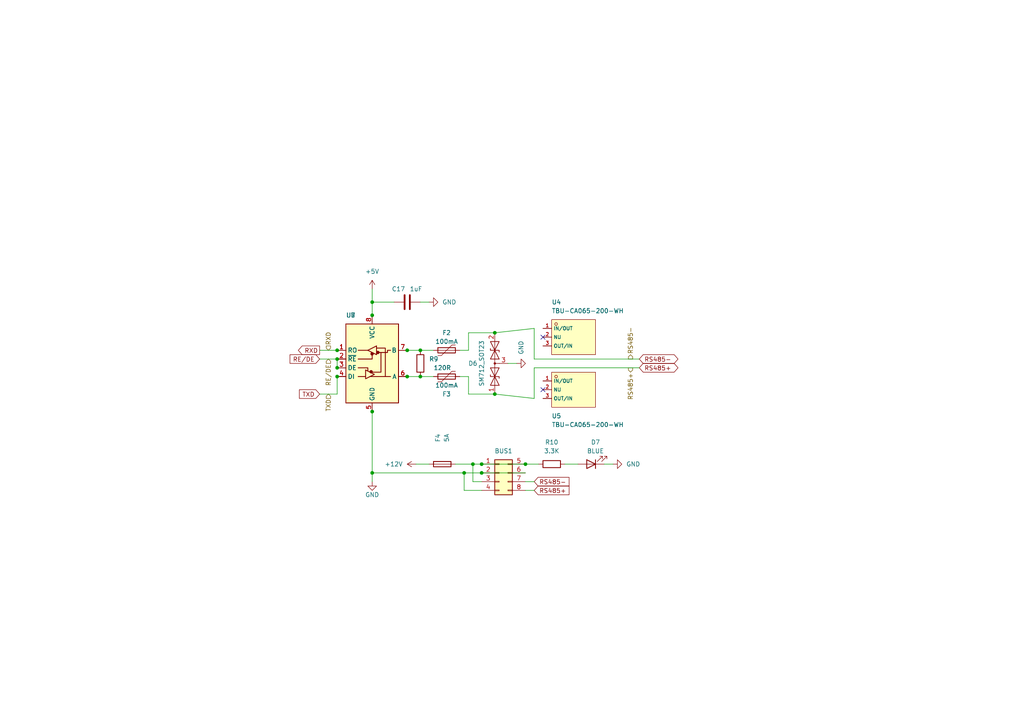
<source format=kicad_sch>
(kicad_sch (version 20211123) (generator eeschema)
  (paper "A4")
  (lib_symbols
    (symbol "A10:MAX487"
      (property "Reference" "U" (at -7.62 12.7 0))
      (symbol "MAX487_0_1"
        (rectangle (start -7.62 11.43) (end 7.62 -11.43) (stroke (width 0.254)) (fill (type background)))
        (circle (center -0.3048 -2.413) (radius 0.3556) (stroke (width 0.254)) (fill (type outline)))
        (circle (center -0.0254 2.7686) (radius 0.3556) (stroke (width 0.254)) (fill (type outline)))
        (polyline (pts (xy -4.064 -3.81) (xy -1.905 -3.81)) (stroke (width 0.254)))
        (polyline (pts (xy -4.064 3.81) (xy -1.27 3.81)) (stroke (width 0.254)))
        (polyline (pts (xy -1.27 -1.9304) (xy -1.27 -2.1844)) (stroke (width 0.254)))
        (polyline (pts (xy -0.635 -3.81) (xy 5.334 -3.81)) (stroke (width 0.254)))
        (polyline (pts (xy -4.064 -1.27) (xy -1.27 -1.27) (xy -1.27 -1.905)) (stroke (width 0.254)))
        (polyline (pts (xy 0 2.54) (xy 0 1.27) (xy -4.064 1.27)) (stroke (width 0.254)))
        (polyline (pts (xy 1.27 4.445) (xy 3.81 4.445) (xy 3.81 -3.81)) (stroke (width 0.254)))
        (polyline (pts (xy 2.54 3.175) (xy 2.54 -2.54) (xy 0 -2.54)) (stroke (width 0.254)))
        (polyline (pts (xy -1.905 -1.905) (xy -1.905 -4.445) (xy 0.635 -3.175) (xy -1.905 -1.905)) (stroke (width 0.254)))
        (polyline (pts (xy -1.27 3.81) (xy 1.27 5.08) (xy 1.27 2.54) (xy -1.27 3.81)) (stroke (width 0.254)))
        (polyline (pts (xy 1.905 3.175) (xy 4.445 3.175) (xy 4.445 3.81) (xy 5.334 3.81)) (stroke (width 0.254)))
        (rectangle (start 1.27 4.445) (end 1.27 4.445))
        (circle (center 1.651 3.175) (radius 0.3556) (stroke (width 0.254)) (fill (type outline)))
      )
      (symbol "MAX487_1_1"
        (pin output line (at -10.16 3.81 0) (length 2.54) (name "RO") (number "1"))
        (pin input line (at -10.16 1.27 0) (length 2.54) (name "~{RE}") (number "2"))
        (pin input line (at -10.16 -1.27 0) (length 2.54) (name "DE") (number "3"))
        (pin input line (at -10.16 -3.81 0) (length 2.54) (name "DI") (number "4"))
        (pin power_in line (at 0 -13.97 90) (length 2.54) (name "GND") (number "5"))
        (pin bidirectional line (at 10.16 -3.81 180) (length 2.54) (name "A") (number "6"))
        (pin bidirectional line (at 10.16 3.81 180) (length 2.54) (name "B") (number "7"))
        (pin power_in line (at 0 13.97 270) (length 2.54) (name "VCC") (number "8"))
      )
    )
    (symbol "Connector_Generic:Conn_02x04_Top_Bottom" (pin_names (offset 1.016) hide)
      (property "Reference" "J" (at 1.27 5.08 0))
      (property "Value" "Conn_02x04_Top_Bottom" (at 1.27 -7.62 0))
      (symbol "Conn_02x04_Top_Bottom_1_1"
        (rectangle (start -1.27 -4.953) (end 0 -5.207) (stroke (width 0.1524)))
        (rectangle (start -1.27 -2.413) (end 0 -2.667) (stroke (width 0.1524)))
        (rectangle (start -1.27 0.127) (end 0 -0.127) (stroke (width 0.1524)))
        (rectangle (start -1.27 2.667) (end 0 2.413) (stroke (width 0.1524)))
        (rectangle (start -1.27 3.81) (end 3.81 -6.35) (stroke (width 0.254)) (fill (type background)))
        (rectangle (start 3.81 -4.953) (end 2.54 -5.207) (stroke (width 0.1524)))
        (rectangle (start 3.81 -2.413) (end 2.54 -2.667) (stroke (width 0.1524)))
        (rectangle (start 3.81 0.127) (end 2.54 -0.127) (stroke (width 0.1524)))
        (rectangle (start 3.81 2.667) (end 2.54 2.413) (stroke (width 0.1524)))
        (pin passive line (at -5.08 2.54 0) (length 3.81) (name "Pin_1") (number "1"))
        (pin passive line (at -5.08 0 0) (length 3.81) (name "Pin_2") (number "2"))
        (pin passive line (at -5.08 -2.54 0) (length 3.81) (name "Pin_3") (number "3"))
        (pin passive line (at -5.08 -5.08 0) (length 3.81) (name "Pin_4") (number "4"))
        (pin passive line (at 7.62 2.54 180) (length 3.81) (name "Pin_5") (number "5"))
        (pin passive line (at 7.62 0 180) (length 3.81) (name "Pin_6") (number "6"))
        (pin passive line (at 7.62 -2.54 180) (length 3.81) (name "Pin_7") (number "7"))
        (pin passive line (at 7.62 -5.08 180) (length 3.81) (name "Pin_8") (number "8"))
      )
    )
    (symbol "Device:C" (pin_numbers hide) (pin_names (offset 0.254))
      (property "Reference" "C" (at 0.635 2.54 0))
      (property "Value" "C" (at 0.635 -2.54 0))
      (symbol "C_0_1"
        (polyline (pts (xy -2.032 -0.762) (xy 2.032 -0.762)) (stroke (width 0.508)))
        (polyline (pts (xy -2.032 0.762) (xy 2.032 0.762)) (stroke (width 0.508)))
      )
      (symbol "C_1_1"
        (pin passive line (at 0 3.81 270) (length 2.794) (name "~") (number "1"))
        (pin passive line (at 0 -3.81 90) (length 2.794) (name "~") (number "2"))
      )
    )
    (symbol "Device:Fuse" (pin_numbers hide) (pin_names (offset 0))
      (property "Reference" "F" (at 2.032 0 90))
      (property "Value" "Fuse" (at -1.905 0 90))
      (symbol "Fuse_0_1"
        (rectangle (start -0.762 -2.54) (end 0.762 2.54) (stroke (width 0.254)))
        (polyline (pts (xy 0 2.54) (xy 0 -2.54)))
      )
      (symbol "Fuse_1_1"
        (pin passive line (at 0 3.81 270) (length 1.27) (name "~") (number "1"))
        (pin passive line (at 0 -3.81 90) (length 1.27) (name "~") (number "2"))
      )
    )
    (symbol "Device:LED" (pin_numbers hide) (pin_names (offset 1.016) hide)
      (property "Reference" "D" (at 0 2.54 0))
      (property "Value" "LED" (at 0 -2.54 0))
      (symbol "LED_0_1"
        (polyline (pts (xy -1.27 -1.27) (xy -1.27 1.27)) (stroke (width 0.254)))
        (polyline (pts (xy -1.27 0) (xy 1.27 0)))
        (polyline (pts (xy 1.27 -1.27) (xy 1.27 1.27) (xy -1.27 0) (xy 1.27 -1.27)) (stroke (width 0.254)))
        (polyline (pts (xy -3.048 -0.762) (xy -4.572 -2.286) (xy -3.81 -2.286) (xy -4.572 -2.286) (xy -4.572 -1.524)))
        (polyline (pts (xy -1.778 -0.762) (xy -3.302 -2.286) (xy -2.54 -2.286) (xy -3.302 -2.286) (xy -3.302 -1.524)))
      )
      (symbol "LED_1_1"
        (pin passive line (at -3.81 0 0) (length 2.54) (name "K") (number "1"))
        (pin passive line (at 3.81 0 180) (length 2.54) (name "A") (number "2"))
      )
    )
    (symbol "Device:Polyfuse" (pin_numbers hide) (pin_names (offset 0))
      (property "Reference" "F" (at -2.54 0 90))
      (property "Value" "Polyfuse" (at 2.54 0 90))
      (symbol "Polyfuse_0_1"
        (rectangle (start -0.762 2.54) (end 0.762 -2.54) (stroke (width 0.254)))
        (polyline (pts (xy 0 2.54) (xy 0 -2.54)))
        (polyline (pts (xy -1.524 2.54) (xy -1.524 1.524) (xy 1.524 -1.524) (xy 1.524 -2.54)))
      )
      (symbol "Polyfuse_1_1"
        (pin passive line (at 0 3.81 270) (length 1.27) (name "~") (number "1"))
        (pin passive line (at 0 -3.81 90) (length 1.27) (name "~") (number "2"))
      )
    )
    (symbol "Device:R" (pin_numbers hide) (pin_names (offset 0))
      (property "Reference" "R" (at 2.032 0 90))
      (property "Value" "R" (at 0 0 90))
      (symbol "R_0_1"
        (rectangle (start -1.016 -2.54) (end 1.016 2.54) (stroke (width 0.254)))
      )
      (symbol "R_1_1"
        (pin passive line (at 0 3.81 270) (length 1.27) (name "~") (number "1"))
        (pin passive line (at 0 -3.81 90) (length 1.27) (name "~") (number "2"))
      )
    )
    (symbol "Diode:SM712_SOT23" (pin_names (offset 1.016) hide)
      (property "Reference" "D" (at 0 4.445 0))
      (property "Value" "SM712_SOT23" (at 0 2.54 0))
      (symbol "SM712_SOT23_0_0"
        (polyline (pts (xy 0 -1.27) (xy 0 0)))
      )
      (symbol "SM712_SOT23_0_1"
        (polyline (pts (xy -6.35 0) (xy 6.35 0)))
        (polyline (pts (xy -3.302 1.27) (xy -3.81 1.27) (xy -3.81 -1.27) (xy -4.318 -1.27)) (stroke (width 0.2032)))
        (polyline (pts (xy 4.318 1.27) (xy 3.81 1.27) (xy 3.81 -1.27) (xy 3.302 -1.27)) (stroke (width 0.2032)))
        (polyline (pts (xy -6.35 -1.27) (xy -1.27 1.27) (xy -1.27 -1.27) (xy -6.35 1.27) (xy -6.35 -1.27)) (stroke (width 0.2032)))
        (polyline (pts (xy 1.27 -1.27) (xy 1.27 1.27) (xy 6.35 -1.27) (xy 6.35 1.27) (xy 1.27 -1.27)) (stroke (width 0.2032)))
        (circle (center 0 0) (radius 0.254) (fill (type outline)))
      )
      (symbol "SM712_SOT23_1_1"
        (pin passive line (at -8.89 0 0) (length 2.54) (name "A1") (number "1"))
        (pin passive line (at 8.89 0 180) (length 2.54) (name "A2") (number "2"))
        (pin input line (at 0 -3.81 90) (length 2.54) (name "common") (number "3"))
      )
    )
    (symbol "TBU-CA065-200-WH_1"
      (property "Reference" "U" (at 0 1.27 0))
      (property "Value" "TBU-CA065-200-WH_1" (at 0 -2.54 0))
      (symbol "TBU-CA065-200-WH_1_0_0"
        (rectangle (start 2.54 -17.78) (end 15.24 -27.94) (fill (type background)))
        (circle (center 3.81 -19.05) (radius 0.381) (fill (type background)))
        (pin unspecified line (at 0 -20.32 0) (length 2.54) (name "IN/OUT") (number "1"))
        (pin unspecified line (at 0 -22.86 0) (length 2.54) (name "NU") (number "2"))
        (pin unspecified line (at 0 -25.4 0) (length 2.54) (name "OUT/IN") (number "3"))
      )
    )
    (symbol "power:+12V" (power) (pin_names (offset 0))
      (property "Value" "+12V" (at 0 3.556 0))
      (symbol "+12V_0_1"
        (polyline (pts (xy -0.762 1.27) (xy 0 2.54)))
        (polyline (pts (xy 0 0) (xy 0 2.54)))
        (polyline (pts (xy 0 2.54) (xy 0.762 1.27)))
      )
      (symbol "+12V_1_1"
        (pin power_in line (at 0 0 90) (length 0) hide (name "+12V") (number "1"))
      )
    )
    (symbol "power:+5V" (power) (pin_names (offset 0))
      (property "Value" "+5V" (at 0 3.556 0))
      (symbol "+5V_0_1"
        (polyline (pts (xy -0.762 1.27) (xy 0 2.54)))
        (polyline (pts (xy 0 0) (xy 0 2.54)))
        (polyline (pts (xy 0 2.54) (xy 0.762 1.27)))
      )
      (symbol "+5V_1_1"
        (pin power_in line (at 0 0 90) (length 0) hide (name "+5V") (number "1"))
      )
    )
    (symbol "power:GND" (power) (pin_names (offset 0))
      (property "Value" "GND" (at 0 -3.81 0))
      (symbol "GND_0_1"
        (polyline (pts (xy 0 0) (xy 0 -1.27) (xy 1.27 -1.27) (xy 0 -2.54) (xy -1.27 -1.27) (xy 0 -1.27)))
      )
      (symbol "GND_1_1"
        (pin power_in line (at 0 0 270) (length 0) hide (name "GND") (number "1"))
      )
    )
  )
  (junction (at 139.7 134.62))
  (junction (at 118.11 109.22))
  (junction (at 107.95 87.63))
  (junction (at 97.79 101.6))
  (junction (at 107.95 91.44))
  (junction (at 137.16 134.62))
  (junction (at 139.7 137.16))
  (junction (at 143.51 96.52))
  (junction (at 134.62 137.16))
  (junction (at 107.95 137.16))
  (junction (at 97.79 109.22))
  (junction (at 97.79 104.14))
  (junction (at 152.4 134.62))
  (junction (at 107.95 119.38))
  (junction (at 121.92 101.6))
  (junction (at 121.92 109.22))
  (junction (at 143.51 114.3))
  (junction (at 118.11 101.6))
  (junction (at 97.79 106.68))
  (no_connect (at 157.48 97.79))
  (no_connect (at 157.48 113.03))
  (wire (pts (xy 143.51 96.52) (xy 154.94 95.25)))
  (wire (pts (xy 135.89 109.22) (xy 135.89 114.3)))
  (wire (pts (xy 139.7 137.16) (xy 152.4 137.16)))
  (wire (pts (xy 121.92 101.6) (xy 125.73 101.6)))
  (wire (pts (xy 133.35 109.22) (xy 135.89 109.22)))
  (wire (pts (xy 152.4 134.62) (xy 156.21 134.62)))
  (wire (pts (xy 118.11 109.22) (xy 121.92 109.22)))
  (wire (pts (xy 137.16 134.62) (xy 139.7 134.62)))
  (wire (pts (xy 135.89 101.6) (xy 135.89 96.52)))
  (wire (pts (xy 97.79 104.14) (xy 97.79 106.68)))
  (wire (pts (xy 92.71 104.14) (xy 97.79 104.14)))
  (wire (pts (xy 107.95 87.63) (xy 114.3 87.63)))
  (wire (pts (xy 137.16 134.62) (xy 137.16 139.7)))
  (wire (pts (xy 139.7 134.62) (xy 152.4 134.62)))
  (wire (pts (xy 154.94 104.14) (xy 185.42 104.14)))
  (wire (pts (xy 137.16 139.7) (xy 139.7 139.7)))
  (wire (pts (xy 118.11 101.6) (xy 121.92 101.6)))
  (wire (pts (xy 133.35 101.6) (xy 135.89 101.6)))
  (wire (pts (xy 107.95 139.7) (xy 107.95 137.16)))
  (wire (pts (xy 135.89 96.52) (xy 143.51 96.52)))
  (wire (pts (xy 92.71 101.6) (xy 97.79 101.6)))
  (wire (pts (xy 147.32 105.41) (xy 149.86 105.41)))
  (wire (pts (xy 139.7 142.24) (xy 134.62 142.24)))
  (wire (pts (xy 107.95 87.63) (xy 107.95 91.44)))
  (wire (pts (xy 177.8 134.62) (xy 175.26 134.62)))
  (wire (pts (xy 121.92 87.63) (xy 124.46 87.63)))
  (wire (pts (xy 120.65 134.62) (xy 124.46 134.62)))
  (wire (pts (xy 121.92 109.22) (xy 125.73 109.22)))
  (wire (pts (xy 134.62 142.24) (xy 134.62 137.16)))
  (wire (pts (xy 154.94 106.68) (xy 185.42 106.68)))
  (wire (pts (xy 154.94 95.25) (xy 154.94 104.14)))
  (wire (pts (xy 135.89 114.3) (xy 143.51 114.3)))
  (wire (pts (xy 107.95 119.38) (xy 107.95 137.16)))
  (wire (pts (xy 154.94 106.68) (xy 154.94 115.57)))
  (wire (pts (xy 107.95 83.82) (xy 107.95 87.63)))
  (wire (pts (xy 154.94 142.24) (xy 152.4 142.24)))
  (wire (pts (xy 143.51 114.3) (xy 154.94 115.57)))
  (wire (pts (xy 97.79 109.22) (xy 97.79 114.3)))
  (wire (pts (xy 107.95 137.16) (xy 134.62 137.16)))
  (wire (pts (xy 154.94 139.7) (xy 152.4 139.7)))
  (wire (pts (xy 134.62 137.16) (xy 139.7 137.16)))
  (wire (pts (xy 132.08 134.62) (xy 137.16 134.62)))
  (wire (pts (xy 167.64 134.62) (xy 163.83 134.62)))
  (wire (pts (xy 92.71 114.3) (xy 97.79 114.3)))
  (global_label "RXD" (shape output) (at 92.71 101.6 180) (property "Intersheet References" "${INTERSHEET_REFS}" (effects hide)))
  (global_label "RS485+" (shape bidirectional) (at 185.42 106.68 0) (property "Intersheet References" "${INTERSHEET_REFS}" (effects hide)))
  (global_label "TXD" (shape input) (at 92.71 114.3 180) (property "Intersheet References" "${INTERSHEET_REFS}" (effects hide)))
  (global_label "RS485-" (shape bidirectional) (at 185.42 104.14 0) (property "Intersheet References" "${INTERSHEET_REFS}" (effects hide)))
  (global_label "RE{slash}DE" (shape input) (at 92.71 104.14 180) (property "Intersheet References" "${INTERSHEET_REFS}" (effects hide)))
  (global_label "RS485+" (shape input) (at 154.94 142.24 0) (property "Intersheet References" "${INTERSHEET_REFS}" (effects hide)))
  (global_label "RS485-" (shape input) (at 154.94 139.7 0) (property "Intersheet References" "${INTERSHEET_REFS}" (effects hide)))
  (hierarchical_label "RE{slash}DE" (shape input) (at 95.25 104.14 270))
  (hierarchical_label "RS485-" (shape output) (at 182.88 104.14 90))
  (hierarchical_label "RS485+" (shape output) (at 182.88 106.68 270))
  (hierarchical_label "RXD" (shape input) (at 95.25 101.6 90))
  (hierarchical_label "TXD" (shape input) (at 95.25 114.3 270))
  (symbol (lib_id "Device:LED") (at 171.45 134.62 180) (unit 1)
    (property "Reference" "D7" (at 172.72 128.27 0))
    (property "Value" "BLUE" (at 172.72 130.81 0))
    (property "Footprint" "LED_SMD:LED_0603_1608Metric" (effects hide))
    (property "LCSC" "C72041" (effects hide))
  )
  (symbol (lib_id "power:+5V") (at 107.95 83.82 0) (unit 1)
    (property "Reference" "#PWR028" (effects hide))
    (property "Value" "+5V" (at 107.95 78.74 0))
  )
  (symbol (lib_id "Device:R") (at 121.92 105.41 0) (unit 1)
    (property "Reference" "R9" (at 124.46 104.1399 0) (effects (justify left)))
    (property "Value" "120R" (at 125.73 106.6799 0) (effects (justify left)))
    (property "Footprint" "Resistor_SMD:R_0805_2012Metric" (effects hide))
    (property "LCSC" "C17437" (effects hide))
  )
  (symbol (lib_id "Device:C") (at 118.11 87.63 90) (unit 1)
    (property "Reference" "C17" (at 115.57 83.82 90))
    (property "Value" "1uF" (at 120.65 83.82 90))
    (property "Footprint" "A10 KiCad Libraries:C0402" (effects hide))
    (property "LCSC" "C52923" (effects hide))
  )
  (symbol (lib_id "power:+12V") (at 120.65 134.62 90) (unit 1)
    (property "Reference" "#PWR0103" (effects hide))
    (property "Value" "+12V" (at 116.84 134.6199 90) (effects (justify left)))
  )
  (symbol (lib_id "power:GND") (at 149.86 105.41 90) (unit 1)
    (property "Reference" "#PWR030" (effects hide))
    (property "Value" "GND" (at 151.1299 102.87 0) (effects (justify left)))
  )
  (symbol (lib_id "power:GND") (at 177.8 134.62 90) (unit 1)
    (property "Reference" "#PWR031" (effects hide))
    (property "Value" "GND" (at 181.61 134.62 90) (effects (justify right)))
  )
  (symbol (lib_id "Diode:SM712_SOT23") (at 143.51 105.41 90) (unit 1)
    (property "Reference" "D6" (at 137.16 105.41 90))
    (property "Value" "SM712_SOT23" (at 139.7 105.41 0))
    (property "Footprint" "Package_TO_SOT_SMD:SOT-23" (effects hide))
    (property "Datasheet" "https://www.littelfuse.com/~/media/electronics/datasheets/tvs_diode_arrays/littelfuse_tvs_diode_array_sm712_datasheet.pdf.pdf" (effects hide))
    (property "LCSC" "C558433" (effects hide))
  )
  (symbol (lib_name "TBU-CA065-200-WH_1") (lib_id "A10:TBU-CA065-200-WH") (at 157.48 74.93 0) (unit 1) (in_bom no) (on_board no)
    (property "Reference" "U4" (at 160.02 87.63 0) (effects (justify left)))
    (property "Value" "TBU-CA065-200-WH" (at 160.02 90.17 0) (effects (justify left)))
    (property "Footprint" "A10 KiCad Libraries:DIO-SMD_3P-L6.5-W4.0-BI" (effects hide))
    (property "Datasheet" "https://atta.szlcsc.com/upload/public/pdf/source/20200810/C720638_9C2F93931169B2F615A5326102BC91F1.pdf" (effects hide))
    (property "LCSC" "C913221" (effects hide))
  )
  (symbol (lib_id "A10:MAX487") (at 107.95 105.41 0) (unit 1)
    (property "Reference" "U7" (at 100.33 91.44 0) (effects (justify left)))
    (property "Value" "MAX487ESA+T" (effects hide))
    (property "Footprint" "Package_DIP:DIP-8_W7.62mm" (effects hide))
    (property "Datasheet" "https://datasheets.maximintegrated.com/en/ds/MAX1487E-MAX491E.pdf" (effects hide))
    (property "LCSC" "C9953" (effects hide))
  )
  (symbol (lib_id "power:GND") (at 124.46 87.63 90) (unit 1)
    (property "Reference" "#PWR029" (effects hide))
    (property "Value" "GND" (at 128.27 87.6299 90) (effects (justify right)))
  )
  (symbol (lib_id "Device:R") (at 160.02 134.62 270) (unit 1)
    (property "Reference" "R10" (at 160.02 128.27 90))
    (property "Value" "3.3K" (at 160.02 130.81 90))
    (property "Footprint" "Resistor_SMD:R_0402_1005Metric" (effects hide))
    (property "LCSC" "C25890" (effects hide))
  )
  (symbol (lib_id "A10:MAX487") (at 107.95 105.41 0) (unit 1)
    (property "Reference" "U8" (at 100.33 91.44 0) (effects (justify left)))
    (property "Value" "MAX487ESA+T" (effects hide))
    (property "Footprint" "A10 KiCad Libraries:SOIC-8_L5.0-W4.0-P1.27-LS6.0-BL" (effects hide))
    (property "Datasheet" "https://datasheets.maximintegrated.com/en/ds/MAX1487E-MAX491E.pdf" (effects hide))
    (property "LCSC" "C9953" (effects hide))
  )
  (symbol (lib_id "Device:Polyfuse") (at 129.54 109.22 270) (unit 1)
    (property "Reference" "F3" (at 129.54 114.3 90))
    (property "Value" "100mA" (at 129.54 111.76 90))
    (property "Footprint" "Fuse:Fuse_0603_1608Metric" (effects hide))
    (property "LCSC" "C207238" (effects hide))
  )
  (symbol (lib_id "Device:Fuse") (at 128.27 134.62 90) (unit 1) (in_bom no)
    (property "Reference" "F4" (at 126.9999 128.27 0) (effects (justify left)))
    (property "Value" "5A" (at 129.5399 128.27 0) (effects (justify left)))
    (property "Footprint" "A10 KiCad Libraries:FUSE-TH_XF-506P" (effects hide))
    (property "LCSC" "C492610" (effects hide))
  )
  (symbol (lib_id "power:GND") (at 107.95 139.7 0) (unit 1)
    (property "Reference" "#PWR032" (effects hide))
    (property "Value" "GND" (at 107.95 143.51 0))
  )
  (symbol (lib_id "Connector_Generic:Conn_02x04_Top_Bottom") (at 144.78 137.16 0) (unit 1)
    (property "Reference" "BUS1" (at 146.05 130.81 0))
    (property "Value" "Conn_02x04_Top_Bottom" (effects hide))
    (property "Footprint" "A10 KiCad Libraries:Molex Micro-Fit 3.0 43045-0812" (effects hide))
    (property "LCSC" "C277661" (effects hide))
  )
  (symbol (lib_name "TBU-CA065-200-WH_1") (lib_id "A10:TBU-CA065-200-WH") (at 157.48 90.17 0) (unit 1) (in_bom no) (on_board no)
    (property "Reference" "U5" (at 160.02 120.65 0) (effects (justify left)))
    (property "Value" "TBU-CA065-200-WH" (at 160.02 123.19 0) (effects (justify left)))
    (property "Footprint" "A10 KiCad Libraries:DIO-SMD_3P-L6.5-W4.0-BI" (effects hide))
    (property "Datasheet" "https://atta.szlcsc.com/upload/public/pdf/source/20200810/C720638_9C2F93931169B2F615A5326102BC91F1.pdf" (effects hide))
    (property "LCSC" "C913221" (effects hide))
  )
  (symbol (lib_id "Device:Polyfuse") (at 129.54 101.6 90) (unit 1)
    (property "Reference" "F2" (at 129.54 96.52 90))
    (property "Value" "100mA" (at 129.54 99.06 90))
    (property "Footprint" "Fuse:Fuse_0603_1608Metric" (effects hide))
    (property "LCSC" "C207238" (effects hide))
  )
)
</source>
